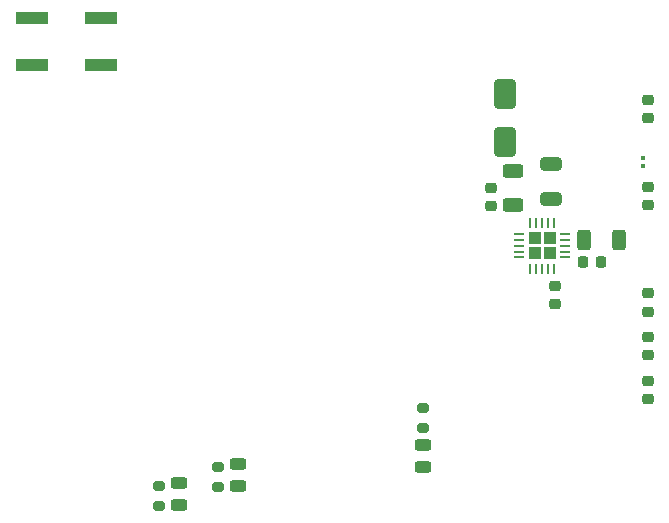
<source format=gbr>
%TF.GenerationSoftware,KiCad,Pcbnew,8.0.6*%
%TF.CreationDate,2024-12-10T20:38:09+01:00*%
%TF.ProjectId,TUSS4470_shield,54555353-3434-4373-905f-736869656c64,rev?*%
%TF.SameCoordinates,Original*%
%TF.FileFunction,Paste,Top*%
%TF.FilePolarity,Positive*%
%FSLAX46Y46*%
G04 Gerber Fmt 4.6, Leading zero omitted, Abs format (unit mm)*
G04 Created by KiCad (PCBNEW 8.0.6) date 2024-12-10 20:38:09*
%MOMM*%
%LPD*%
G01*
G04 APERTURE LIST*
G04 Aperture macros list*
%AMRoundRect*
0 Rectangle with rounded corners*
0 $1 Rounding radius*
0 $2 $3 $4 $5 $6 $7 $8 $9 X,Y pos of 4 corners*
0 Add a 4 corners polygon primitive as box body*
4,1,4,$2,$3,$4,$5,$6,$7,$8,$9,$2,$3,0*
0 Add four circle primitives for the rounded corners*
1,1,$1+$1,$2,$3*
1,1,$1+$1,$4,$5*
1,1,$1+$1,$6,$7*
1,1,$1+$1,$8,$9*
0 Add four rect primitives between the rounded corners*
20,1,$1+$1,$2,$3,$4,$5,0*
20,1,$1+$1,$4,$5,$6,$7,0*
20,1,$1+$1,$6,$7,$8,$9,0*
20,1,$1+$1,$8,$9,$2,$3,0*%
G04 Aperture macros list end*
%ADD10R,2.800000X1.000000*%
%ADD11RoundRect,0.200000X0.275000X-0.200000X0.275000X0.200000X-0.275000X0.200000X-0.275000X-0.200000X0*%
%ADD12RoundRect,0.243750X-0.456250X0.243750X-0.456250X-0.243750X0.456250X-0.243750X0.456250X0.243750X0*%
%ADD13RoundRect,0.243750X0.456250X-0.243750X0.456250X0.243750X-0.456250X0.243750X-0.456250X-0.243750X0*%
%ADD14RoundRect,0.250000X0.312500X0.625000X-0.312500X0.625000X-0.312500X-0.625000X0.312500X-0.625000X0*%
%ADD15RoundRect,0.249999X-0.290001X-0.290001X0.290001X-0.290001X0.290001X0.290001X-0.290001X0.290001X0*%
%ADD16RoundRect,0.062500X-0.350000X-0.062500X0.350000X-0.062500X0.350000X0.062500X-0.350000X0.062500X0*%
%ADD17RoundRect,0.062500X-0.062500X-0.350000X0.062500X-0.350000X0.062500X0.350000X-0.062500X0.350000X0*%
%ADD18RoundRect,0.250000X0.650000X-1.000000X0.650000X1.000000X-0.650000X1.000000X-0.650000X-1.000000X0*%
%ADD19RoundRect,0.225000X0.225000X0.250000X-0.225000X0.250000X-0.225000X-0.250000X0.225000X-0.250000X0*%
%ADD20RoundRect,0.225000X0.250000X-0.225000X0.250000X0.225000X-0.250000X0.225000X-0.250000X-0.225000X0*%
%ADD21RoundRect,0.250000X0.650000X-0.325000X0.650000X0.325000X-0.650000X0.325000X-0.650000X-0.325000X0*%
%ADD22RoundRect,0.250000X0.625000X-0.312500X0.625000X0.312500X-0.625000X0.312500X-0.625000X-0.312500X0*%
%ADD23RoundRect,0.079500X0.100500X-0.079500X0.100500X0.079500X-0.100500X0.079500X-0.100500X-0.079500X0*%
G04 APERTURE END LIST*
D10*
%TO.C,SW1*%
X69300000Y-38200000D03*
X75100000Y-38200000D03*
X69300000Y-42200000D03*
X75100000Y-42200000D03*
%TD*%
D11*
%TO.C,R5*%
X80000000Y-79525000D03*
X80000000Y-77875000D03*
%TD*%
%TO.C,R4*%
X85000000Y-77925000D03*
X85000000Y-76275000D03*
%TD*%
%TO.C,R3*%
X102400000Y-72925000D03*
X102400000Y-71275000D03*
%TD*%
D12*
%TO.C,D4*%
X81700000Y-77562500D03*
X81700000Y-79437500D03*
%TD*%
%TO.C,D3*%
X86700000Y-75962500D03*
X86700000Y-77837500D03*
%TD*%
D13*
%TO.C,D2*%
X102400000Y-76237500D03*
X102400000Y-74362500D03*
%TD*%
D14*
%TO.C,R2*%
X118962500Y-57000000D03*
X116037500Y-57000000D03*
%TD*%
D15*
%TO.C,U1*%
X111837500Y-56875000D03*
X111837500Y-58125000D03*
X113087500Y-56875000D03*
X113087500Y-58125000D03*
D16*
X110525000Y-56500000D03*
X110525000Y-57000000D03*
X110525000Y-57500000D03*
X110525000Y-58000000D03*
X110525000Y-58500000D03*
D17*
X111462500Y-59437500D03*
X111962500Y-59437500D03*
X112462500Y-59437500D03*
X112962500Y-59437500D03*
X113462500Y-59437500D03*
D16*
X114400000Y-58500000D03*
X114400000Y-58000000D03*
X114400000Y-57500000D03*
X114400000Y-57000000D03*
X114400000Y-56500000D03*
D17*
X113462500Y-55562500D03*
X112962500Y-55562500D03*
X112462500Y-55562500D03*
X111962500Y-55562500D03*
X111462500Y-55562500D03*
%TD*%
D18*
%TO.C,D1*%
X109300000Y-48700000D03*
X109300000Y-44700000D03*
%TD*%
D19*
%TO.C,C5*%
X117475000Y-58900000D03*
X115925000Y-58900000D03*
%TD*%
D20*
%TO.C,C2*%
X121400000Y-66775000D03*
X121400000Y-65225000D03*
%TD*%
%TO.C,C8*%
X113500000Y-62475000D03*
X113500000Y-60925000D03*
%TD*%
D21*
%TO.C,C6*%
X113200000Y-53575000D03*
X113200000Y-50625000D03*
%TD*%
D20*
%TO.C,C10*%
X121400000Y-63100000D03*
X121400000Y-61550000D03*
%TD*%
%TO.C,C9*%
X121400000Y-54075000D03*
X121400000Y-52525000D03*
%TD*%
%TO.C,C1*%
X121400000Y-46700000D03*
X121400000Y-45150000D03*
%TD*%
D22*
%TO.C,R1*%
X110000000Y-54062500D03*
X110000000Y-51137500D03*
%TD*%
D23*
%TO.C,C3*%
X121000000Y-50745000D03*
X121000000Y-50055000D03*
%TD*%
D20*
%TO.C,C7*%
X108100000Y-54175000D03*
X108100000Y-52625000D03*
%TD*%
%TO.C,C4*%
X121400000Y-70500000D03*
X121400000Y-68950000D03*
%TD*%
M02*

</source>
